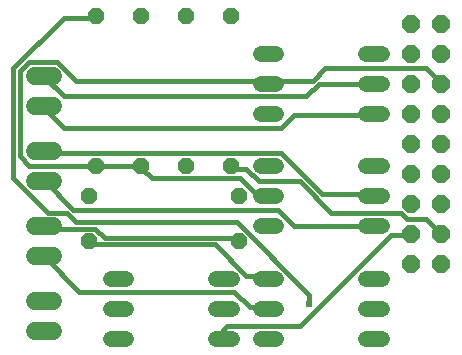
<source format=gbl>
G75*
%MOIN*%
%OFA0B0*%
%FSLAX25Y25*%
%IPPOS*%
%LPD*%
%AMOC8*
5,1,8,0,0,1.08239X$1,22.5*
%
%ADD10C,0.05200*%
%ADD11OC8,0.06000*%
%ADD12C,0.06000*%
%ADD13OC8,0.05200*%
%ADD14C,0.01500*%
%ADD15C,0.02381*%
D10*
X0038133Y0007385D02*
X0043333Y0007385D01*
X0043333Y0017385D02*
X0038133Y0017385D01*
X0038133Y0027385D02*
X0043333Y0027385D01*
X0073333Y0027385D02*
X0078533Y0027385D01*
X0088133Y0027385D02*
X0093333Y0027385D01*
X0093333Y0017385D02*
X0088133Y0017385D01*
X0078533Y0017385D02*
X0073333Y0017385D01*
X0073333Y0007385D02*
X0078533Y0007385D01*
X0088133Y0007385D02*
X0093333Y0007385D01*
X0123333Y0007385D02*
X0128533Y0007385D01*
X0128533Y0017385D02*
X0123333Y0017385D01*
X0123333Y0027385D02*
X0128533Y0027385D01*
X0128533Y0044885D02*
X0123333Y0044885D01*
X0123333Y0054885D02*
X0128533Y0054885D01*
X0128533Y0064885D02*
X0123333Y0064885D01*
X0123333Y0082385D02*
X0128533Y0082385D01*
X0128533Y0092385D02*
X0123333Y0092385D01*
X0123333Y0102385D02*
X0128533Y0102385D01*
X0093333Y0102385D02*
X0088133Y0102385D01*
X0088133Y0092385D02*
X0093333Y0092385D01*
X0093333Y0082385D02*
X0088133Y0082385D01*
X0088133Y0064885D02*
X0093333Y0064885D01*
X0093333Y0054885D02*
X0088133Y0054885D01*
X0088133Y0044885D02*
X0093333Y0044885D01*
D11*
X0138333Y0042385D03*
X0148333Y0042385D03*
X0148333Y0052385D03*
X0138333Y0052385D03*
X0138333Y0062385D03*
X0148333Y0062385D03*
X0148333Y0072385D03*
X0138333Y0072385D03*
X0138333Y0082385D03*
X0148333Y0082385D03*
X0148333Y0092385D03*
X0138333Y0092385D03*
X0138333Y0102385D03*
X0148333Y0102385D03*
X0148333Y0112385D03*
X0138333Y0112385D03*
X0138333Y0032385D03*
X0148333Y0032385D03*
D12*
X0018833Y0009885D02*
X0012833Y0009885D01*
X0012833Y0019885D02*
X0018833Y0019885D01*
X0018833Y0034885D02*
X0012833Y0034885D01*
X0012833Y0044885D02*
X0018833Y0044885D01*
X0018833Y0059885D02*
X0012833Y0059885D01*
X0012833Y0069885D02*
X0018833Y0069885D01*
X0018833Y0084885D02*
X0012833Y0084885D01*
X0012833Y0094885D02*
X0018833Y0094885D01*
D13*
X0033333Y0114885D03*
X0048333Y0114885D03*
X0063333Y0114885D03*
X0078333Y0114885D03*
X0078333Y0064885D03*
X0080833Y0054885D03*
X0080833Y0039885D03*
X0063333Y0064885D03*
X0048333Y0064885D03*
X0033333Y0064885D03*
X0030833Y0054885D03*
X0030833Y0039885D03*
D14*
X0030853Y0039850D01*
X0031903Y0038800D01*
X0072853Y0038800D01*
X0083353Y0028300D01*
X0092803Y0028300D01*
X0093333Y0027385D01*
X0104353Y0022000D02*
X0104353Y0018850D01*
X0104353Y0022000D02*
X0080203Y0046150D01*
X0026653Y0046150D01*
X0023503Y0049300D01*
X0017203Y0049300D01*
X0005653Y0060850D01*
X0005653Y0097600D01*
X0022453Y0114400D01*
X0032953Y0114400D01*
X0033333Y0114885D01*
X0020353Y0099700D02*
X0010903Y0099700D01*
X0007753Y0096550D01*
X0007753Y0068200D01*
X0010903Y0065050D01*
X0032953Y0065050D01*
X0033333Y0064885D01*
X0034003Y0065050D01*
X0047653Y0065050D01*
X0048333Y0064885D01*
X0048703Y0064000D01*
X0051853Y0060850D01*
X0081253Y0060850D01*
X0086503Y0055600D01*
X0092803Y0055600D01*
X0093333Y0054885D01*
X0093853Y0050350D02*
X0025603Y0050350D01*
X0016153Y0059800D01*
X0015833Y0059885D01*
X0016153Y0069250D02*
X0015833Y0069885D01*
X0016153Y0069250D02*
X0094903Y0069250D01*
X0108553Y0055600D01*
X0123253Y0055600D01*
X0123333Y0054885D01*
X0134803Y0049300D02*
X0136903Y0047200D01*
X0143203Y0047200D01*
X0147403Y0043000D01*
X0148333Y0042385D01*
X0138333Y0042385D02*
X0137953Y0041950D01*
X0131653Y0041950D01*
X0101203Y0011500D01*
X0077053Y0011500D01*
X0073903Y0008350D01*
X0073333Y0007385D01*
X0084403Y0017800D02*
X0079153Y0023050D01*
X0027703Y0023050D01*
X0016153Y0034600D01*
X0015833Y0034885D01*
X0016153Y0044050D02*
X0015833Y0044885D01*
X0016153Y0044050D02*
X0032953Y0044050D01*
X0036103Y0040900D01*
X0080203Y0040900D01*
X0080833Y0039885D01*
X0093853Y0050350D02*
X0099103Y0045100D01*
X0123253Y0045100D01*
X0123333Y0044885D01*
X0134803Y0049300D02*
X0111703Y0049300D01*
X0101203Y0059800D01*
X0087553Y0059800D01*
X0083353Y0064000D01*
X0079153Y0064000D01*
X0078333Y0064885D01*
X0094903Y0077650D02*
X0022453Y0077650D01*
X0016153Y0083950D01*
X0015833Y0084885D01*
X0022453Y0088150D02*
X0016153Y0094450D01*
X0015833Y0094885D01*
X0020353Y0099700D02*
X0026653Y0093400D01*
X0092803Y0093400D01*
X0093333Y0092385D01*
X0093853Y0093400D01*
X0105403Y0093400D01*
X0109603Y0097600D01*
X0143203Y0097600D01*
X0147403Y0093400D01*
X0148333Y0092385D01*
X0123333Y0092385D02*
X0123253Y0092350D01*
X0107503Y0092350D01*
X0103303Y0088150D01*
X0022453Y0088150D01*
X0094903Y0077650D02*
X0099103Y0081850D01*
X0123253Y0081850D01*
X0123333Y0082385D01*
X0092803Y0017800D02*
X0084403Y0017800D01*
X0092803Y0017800D02*
X0093333Y0017385D01*
D15*
X0104353Y0018850D03*
M02*

</source>
